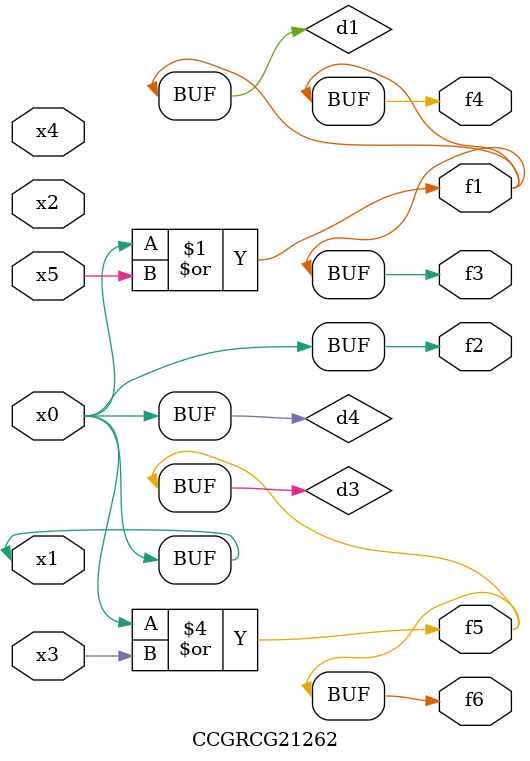
<source format=v>
module CCGRCG21262(
	input x0, x1, x2, x3, x4, x5,
	output f1, f2, f3, f4, f5, f6
);

	wire d1, d2, d3, d4;

	or (d1, x0, x5);
	xnor (d2, x1, x4);
	or (d3, x0, x3);
	buf (d4, x0, x1);
	assign f1 = d1;
	assign f2 = d4;
	assign f3 = d1;
	assign f4 = d1;
	assign f5 = d3;
	assign f6 = d3;
endmodule

</source>
